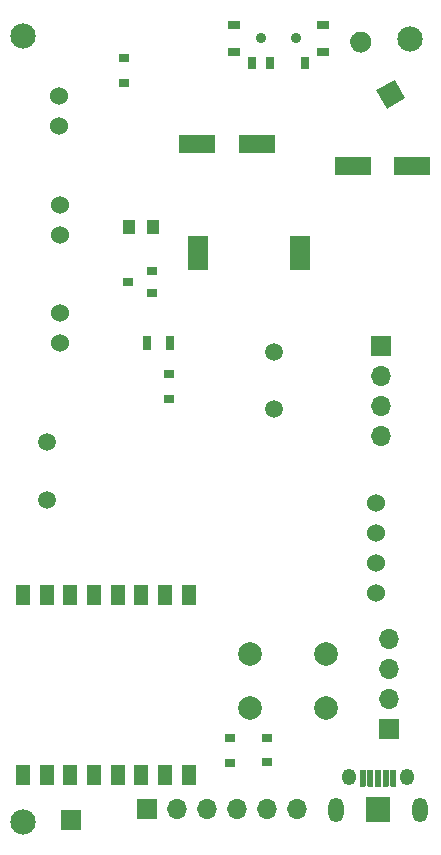
<source format=gts>
G04 #@! TF.GenerationSoftware,KiCad,Pcbnew,5.1.7-a382d34a8~88~ubuntu18.04.1*
G04 #@! TF.CreationDate,2021-05-31T17:25:42+05:30*
G04 #@! TF.ProjectId,Sensor_PCB_v5,53656e73-6f72-45f5-9043-425f76352e6b,rev?*
G04 #@! TF.SameCoordinates,Original*
G04 #@! TF.FileFunction,Soldermask,Top*
G04 #@! TF.FilePolarity,Negative*
%FSLAX46Y46*%
G04 Gerber Fmt 4.6, Leading zero omitted, Abs format (unit mm)*
G04 Created by KiCad (PCBNEW 5.1.7-a382d34a8~88~ubuntu18.04.1) date 2021-05-31 17:25:42*
%MOMM*%
%LPD*%
G01*
G04 APERTURE LIST*
%ADD10C,2.150000*%
%ADD11C,1.524000*%
%ADD12R,1.750000X3.000000*%
%ADD13R,3.110000X1.580000*%
%ADD14O,1.300000X2.100000*%
%ADD15O,1.200000X1.400000*%
%ADD16R,1.700000X1.700000*%
%ADD17O,1.700000X1.700000*%
%ADD18R,1.000000X0.800000*%
%ADD19R,0.700000X1.100000*%
%ADD20C,0.900000*%
%ADD21R,0.900000X0.800000*%
%ADD22R,1.200000X1.700000*%
%ADD23C,0.100000*%
%ADD24C,1.500000*%
%ADD25C,2.000000*%
%ADD26R,1.000000X1.250000*%
%ADD27R,0.700000X1.300000*%
G04 APERTURE END LIST*
D10*
X25206960Y-87741760D03*
X57998360Y-21450300D03*
X25224740Y-21264880D03*
D11*
X28323900Y-44656100D03*
X28333900Y-47196100D03*
D12*
X48665400Y-39593700D03*
X39965400Y-39593700D03*
D13*
X44963700Y-30358100D03*
X39963700Y-30358100D03*
D14*
X51677600Y-86741000D03*
G36*
G01*
X54202600Y-87741000D02*
X54202600Y-85741000D01*
G75*
G02*
X54252600Y-85691000I50000J0D01*
G01*
X56252600Y-85691000D01*
G75*
G02*
X56302600Y-85741000I0J-50000D01*
G01*
X56302600Y-87741000D01*
G75*
G02*
X56252600Y-87791000I-50000J0D01*
G01*
X54252600Y-87791000D01*
G75*
G02*
X54202600Y-87741000I0J50000D01*
G01*
G37*
X58827600Y-86741000D03*
G36*
G01*
X53702600Y-84741000D02*
X53702600Y-83391000D01*
G75*
G02*
X53752600Y-83341000I50000J0D01*
G01*
X54152600Y-83341000D01*
G75*
G02*
X54202600Y-83391000I0J-50000D01*
G01*
X54202600Y-84741000D01*
G75*
G02*
X54152600Y-84791000I-50000J0D01*
G01*
X53752600Y-84791000D01*
G75*
G02*
X53702600Y-84741000I0J50000D01*
G01*
G37*
G36*
G01*
X54352600Y-84741000D02*
X54352600Y-83391000D01*
G75*
G02*
X54402600Y-83341000I50000J0D01*
G01*
X54802600Y-83341000D01*
G75*
G02*
X54852600Y-83391000I0J-50000D01*
G01*
X54852600Y-84741000D01*
G75*
G02*
X54802600Y-84791000I-50000J0D01*
G01*
X54402600Y-84791000D01*
G75*
G02*
X54352600Y-84741000I0J50000D01*
G01*
G37*
G36*
G01*
X55002600Y-84741000D02*
X55002600Y-83391000D01*
G75*
G02*
X55052600Y-83341000I50000J0D01*
G01*
X55452600Y-83341000D01*
G75*
G02*
X55502600Y-83391000I0J-50000D01*
G01*
X55502600Y-84741000D01*
G75*
G02*
X55452600Y-84791000I-50000J0D01*
G01*
X55052600Y-84791000D01*
G75*
G02*
X55002600Y-84741000I0J50000D01*
G01*
G37*
G36*
G01*
X55652600Y-84741000D02*
X55652600Y-83391000D01*
G75*
G02*
X55702600Y-83341000I50000J0D01*
G01*
X56102600Y-83341000D01*
G75*
G02*
X56152600Y-83391000I0J-50000D01*
G01*
X56152600Y-84741000D01*
G75*
G02*
X56102600Y-84791000I-50000J0D01*
G01*
X55702600Y-84791000D01*
G75*
G02*
X55652600Y-84741000I0J50000D01*
G01*
G37*
G36*
G01*
X56302600Y-84741000D02*
X56302600Y-83391000D01*
G75*
G02*
X56352600Y-83341000I50000J0D01*
G01*
X56752600Y-83341000D01*
G75*
G02*
X56802600Y-83391000I0J-50000D01*
G01*
X56802600Y-84741000D01*
G75*
G02*
X56752600Y-84791000I-50000J0D01*
G01*
X56352600Y-84791000D01*
G75*
G02*
X56302600Y-84741000I0J50000D01*
G01*
G37*
D15*
X52827600Y-83991000D03*
X57677600Y-83991000D03*
D11*
X28224800Y-26324900D03*
X28234800Y-28864900D03*
X28298500Y-35557800D03*
X28308500Y-38097800D03*
X55107500Y-60744100D03*
X55107500Y-63284100D03*
X55107500Y-65824100D03*
X55107500Y-68364100D03*
D16*
X35679400Y-86669900D03*
D17*
X38219400Y-86669900D03*
X40759400Y-86669900D03*
X43299400Y-86669900D03*
X45839400Y-86669900D03*
X48379400Y-86669900D03*
D18*
X43082500Y-20274900D03*
X43082500Y-22574900D03*
X50582500Y-20274900D03*
X50582500Y-22574900D03*
D19*
X44582500Y-23474900D03*
X46082500Y-23474900D03*
X49082500Y-23474900D03*
D20*
X45332500Y-21424900D03*
X48332500Y-21424900D03*
D21*
X37541200Y-49833800D03*
X37541200Y-51933800D03*
D16*
X56200000Y-79926200D03*
D17*
X56200000Y-77386200D03*
X56200000Y-74846200D03*
X56200000Y-72306200D03*
D22*
X25204700Y-68526400D03*
X27204700Y-68526400D03*
X29204700Y-68526400D03*
X31204700Y-68526400D03*
X33204700Y-68526400D03*
X35204700Y-68526400D03*
X37204700Y-68526400D03*
X39204700Y-68526400D03*
X39204700Y-83756400D03*
X37204700Y-83756400D03*
X35204700Y-83756400D03*
X33204700Y-83756400D03*
X31204700Y-83756400D03*
X29204700Y-83756400D03*
X27204700Y-83756400D03*
X25204700Y-83756400D03*
D16*
X29255700Y-87609700D03*
X55473600Y-47475100D03*
D17*
X55473600Y-50015100D03*
X55473600Y-52555100D03*
X55473600Y-55095100D03*
D21*
X33733700Y-23085100D03*
X33733700Y-25185100D03*
G36*
G01*
X54234500Y-22516614D02*
X54234500Y-22516614D01*
G75*
G02*
X53005077Y-22187191I-450000J779423D01*
G01*
X53005077Y-22187191D01*
G75*
G02*
X53334500Y-20957768I779423J450000D01*
G01*
X53334500Y-20957768D01*
G75*
G02*
X54563923Y-21287191I450000J-779423D01*
G01*
X54563923Y-21287191D01*
G75*
G02*
X54234500Y-22516614I-779423J-450000D01*
G01*
G37*
D23*
G36*
X57553923Y-26466023D02*
G01*
X55995077Y-27366023D01*
X55095077Y-25807177D01*
X56653923Y-24907177D01*
X57553923Y-26466023D01*
G37*
D24*
X46454100Y-52830100D03*
X46454100Y-47950100D03*
X27223700Y-55598100D03*
X27223700Y-60478100D03*
D25*
X44371100Y-78079600D03*
X44371100Y-73579600D03*
X50871100Y-78079600D03*
X50871100Y-73579600D03*
D13*
X58120900Y-32250400D03*
X53120900Y-32250400D03*
D26*
X34156100Y-37365900D03*
X36156100Y-37365900D03*
D21*
X45885100Y-82721200D03*
X45885100Y-80621200D03*
X42707600Y-80636400D03*
X42707600Y-82736400D03*
X36092600Y-43002200D03*
X36092600Y-41102200D03*
X34092600Y-42052200D03*
D27*
X37625000Y-47246500D03*
X35725000Y-47246500D03*
M02*

</source>
